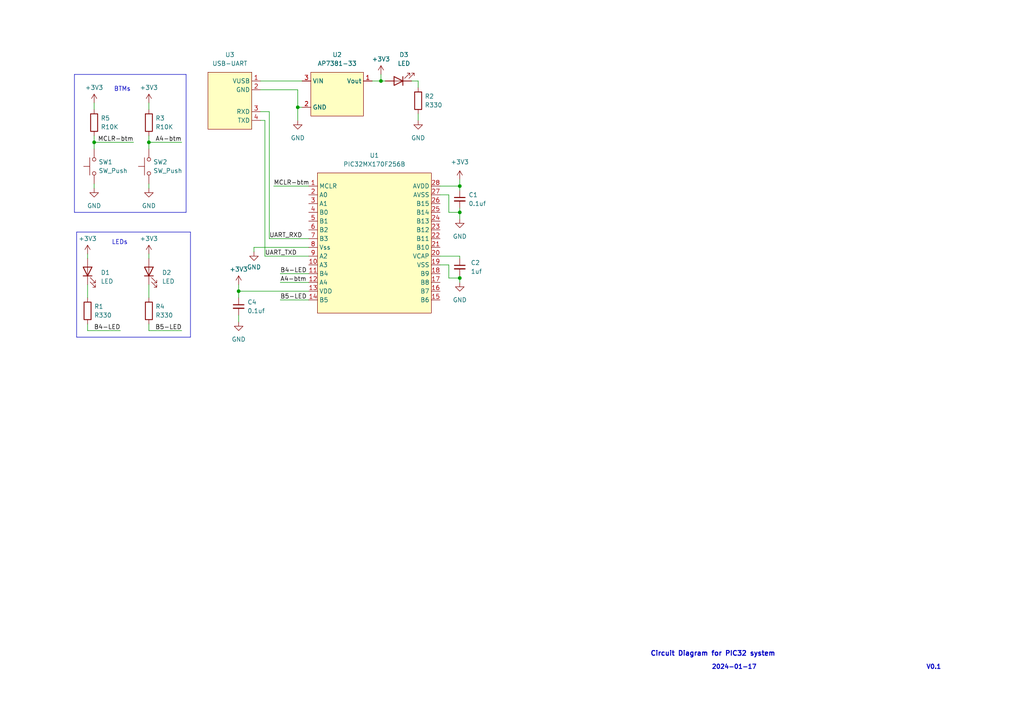
<source format=kicad_sch>
(kicad_sch (version 20230121) (generator eeschema)
  (paper "A4")
  (lib_symbols
    (symbol "Device:C_Small" (pin_numbers hide) (pin_names (offset 0.254) hide)
      (property "Reference" "C" (at 0.254 1.778 0))
      (property "Value" "C_Small" (at 0.254 -2.032 0))
      (symbol "C_Small_0_1"
        (polyline (pts (xy -1.524 -0.508) (xy 1.524 -0.508)) (stroke (width 0.3302)))
        (polyline (pts (xy -1.524 0.508) (xy 1.524 0.508)) (stroke (width 0.3048)))
      )
      (symbol "C_Small_1_1"
        (pin passive line (at 0 2.54 270) (length 2.032) (name "~") (number "1"))
        (pin passive line (at 0 -2.54 90) (length 2.032) (name "~") (number "2"))
      )
    )
    (symbol "Device:LED" (pin_numbers hide) (pin_names (offset 1.016) hide)
      (property "Reference" "D" (at 0 2.54 0))
      (property "Value" "LED" (at 0 -2.54 0))
      (symbol "LED_0_1"
        (polyline (pts (xy -1.27 -1.27) (xy -1.27 1.27)) (stroke (width 0.254)))
        (polyline (pts (xy -1.27 0) (xy 1.27 0)))
        (polyline (pts (xy 1.27 -1.27) (xy 1.27 1.27) (xy -1.27 0) (xy 1.27 -1.27)) (stroke (width 0.254)))
        (polyline (pts (xy -3.048 -0.762) (xy -4.572 -2.286) (xy -3.81 -2.286) (xy -4.572 -2.286) (xy -4.572 -1.524)))
        (polyline (pts (xy -1.778 -0.762) (xy -3.302 -2.286) (xy -2.54 -2.286) (xy -3.302 -2.286) (xy -3.302 -1.524)))
      )
      (symbol "LED_1_1"
        (pin passive line (at -3.81 0 0) (length 2.54) (name "K") (number "1"))
        (pin passive line (at 3.81 0 180) (length 2.54) (name "A") (number "2"))
      )
    )
    (symbol "Device:R" (pin_numbers hide) (pin_names (offset 0))
      (property "Reference" "R" (at 2.032 0 90))
      (property "Value" "R" (at 0 0 90))
      (symbol "R_0_1"
        (rectangle (start -1.016 -2.54) (end 1.016 2.54) (stroke (width 0.254)))
      )
      (symbol "R_1_1"
        (pin passive line (at 0 3.81 270) (length 1.27) (name "~") (number "1"))
        (pin passive line (at 0 -3.81 90) (length 1.27) (name "~") (number "2"))
      )
    )
    (symbol "Switch:SW_Push" (pin_numbers hide) (pin_names (offset 1.016) hide)
      (property "Reference" "SW" (at 1.27 2.54 0))
      (property "Value" "SW_Push" (at 0 -1.524 0))
      (symbol "SW_Push_0_1"
        (circle (center -2.032 0) (radius 0.508))
        (polyline (pts (xy 0 1.27) (xy 0 3.048)))
        (polyline (pts (xy 2.54 1.27) (xy -2.54 1.27)))
        (circle (center 2.032 0) (radius 0.508))
        (pin passive line (at -5.08 0 0) (length 2.54) (name "1") (number "1"))
        (pin passive line (at 5.08 0 180) (length 2.54) (name "2") (number "2"))
      )
    )
    (symbol "class-lib:AP7381-33"
      (property "Reference" "U" (at 0 6.35 0))
      (property "Value" "AP7381-33" (at 1.27 -1.27 0))
      (symbol "AP7381-33_0_0"
        (pin power_out line (at 10.16 2.54 180) (length 2.54) (name "Vout") (number "1"))
        (pin unspecified line (at -10.16 -5.08 0) (length 2.54) (name "GND") (number "2"))
        (pin input line (at -10.16 2.54 0) (length 2.54) (name "VIN") (number "3"))
      )
      (symbol "AP7381-33_1_1"
        (rectangle (start -7.62 5.08) (end 7.62 -7.62) (fill (type background)))
      )
    )
    (symbol "class-lib:PIC32MX170F256B"
      (property "Reference" "U" (at 0 2.54 0))
      (property "Value" "PIC32MX170F256B" (at 0 -3.81 0))
      (symbol "PIC32MX170F256B_0_0"
        (pin bidirectional line (at -19.05 17.78 0) (length 2.54) (name "MCLR") (number "1"))
        (pin bidirectional line (at -19.05 -5.08 0) (length 2.54) (name "A3") (number "10"))
        (pin bidirectional line (at -19.05 -7.62 0) (length 2.54) (name "B4") (number "11"))
        (pin bidirectional line (at -19.05 -10.16 0) (length 2.54) (name "A4") (number "12"))
        (pin power_in line (at -19.05 -12.7 0) (length 2.54) (name "VDD") (number "13"))
        (pin bidirectional line (at -19.05 -15.24 0) (length 2.54) (name "B5") (number "14"))
        (pin bidirectional line (at 19.05 -15.24 180) (length 2.54) (name "B6") (number "15"))
        (pin bidirectional line (at 19.05 -12.7 180) (length 2.54) (name "B7") (number "16"))
        (pin bidirectional line (at 19.05 -10.16 180) (length 2.54) (name "B8") (number "17"))
        (pin bidirectional line (at 19.05 -7.62 180) (length 2.54) (name "B9") (number "18"))
        (pin bidirectional line (at 19.05 -5.08 180) (length 2.54) (name "VSS") (number "19"))
        (pin bidirectional line (at -19.05 15.24 0) (length 2.54) (name "A0") (number "2"))
        (pin bidirectional line (at 19.05 -2.54 180) (length 2.54) (name "VCAP") (number "20"))
        (pin bidirectional line (at 19.05 0 180) (length 2.54) (name "B10") (number "21"))
        (pin bidirectional line (at 19.05 2.54 180) (length 2.54) (name "B11") (number "22"))
        (pin bidirectional line (at 19.05 5.08 180) (length 2.54) (name "B12") (number "23"))
        (pin bidirectional line (at 19.05 7.62 180) (length 2.54) (name "B13") (number "24"))
        (pin bidirectional line (at 19.05 10.16 180) (length 2.54) (name "B14") (number "25"))
        (pin bidirectional line (at 19.05 12.7 180) (length 2.54) (name "B15") (number "26"))
        (pin bidirectional line (at 19.05 15.24 180) (length 2.54) (name "AVSS") (number "27"))
        (pin power_in line (at 19.05 17.78 180) (length 2.54) (name "AVDD") (number "28"))
        (pin bidirectional line (at -19.05 12.7 0) (length 2.54) (name "A1") (number "3"))
        (pin bidirectional line (at -19.05 10.16 0) (length 2.54) (name "B0") (number "4"))
        (pin bidirectional line (at -19.05 7.62 0) (length 2.54) (name "B1") (number "5"))
        (pin bidirectional line (at -19.05 5.08 0) (length 2.54) (name "B2") (number "6"))
        (pin bidirectional line (at -19.05 2.54 0) (length 2.54) (name "B3") (number "7"))
        (pin bidirectional line (at -19.05 0 0) (length 2.54) (name "Vss") (number "8"))
        (pin bidirectional line (at -19.05 -2.54 0) (length 2.54) (name "A2") (number "9"))
      )
      (symbol "PIC32MX170F256B_1_1"
        (rectangle (start -16.51 21.59) (end 16.51 -19.05) (fill (type background)))
      )
    )
    (symbol "class-lib:USB-UART"
      (property "Reference" "U" (at 0 3.81 0))
      (property "Value" "USB-UART" (at 2.54 -5.08 0))
      (symbol "USB-UART_0_0"
        (pin power_out line (at -6.35 0 0) (length 2.54) (name "VUSB") (number "1"))
        (pin bidirectional line (at -6.35 -2.54 0) (length 2.54) (name "GND") (number "2"))
        (pin input line (at -6.35 -8.89 0) (length 2.54) (name "RXD") (number "3"))
        (pin output line (at -6.35 -11.43 0) (length 2.54) (name "TXD") (number "4"))
      )
      (symbol "USB-UART_1_1"
        (rectangle (start -3.81 2.54) (end 8.89 -13.97) (fill (type background)))
      )
    )
    (symbol "power:+3V3" (power) (pin_names (offset 0))
      (property "Value" "+3V3" (at 0 3.556 0))
      (symbol "+3V3_0_1"
        (polyline (pts (xy -0.762 1.27) (xy 0 2.54)))
        (polyline (pts (xy 0 0) (xy 0 2.54)))
        (polyline (pts (xy 0 2.54) (xy 0.762 1.27)))
      )
      (symbol "+3V3_1_1"
        (pin power_in line (at 0 0 90) (length 0) hide (name "+3V3") (number "1"))
      )
    )
    (symbol "power:GND" (power) (pin_names (offset 0))
      (property "Value" "GND" (at 0 -3.81 0))
      (symbol "GND_0_1"
        (polyline (pts (xy 0 0) (xy 0 -1.27) (xy 1.27 -1.27) (xy 0 -2.54) (xy -1.27 -1.27) (xy 0 -1.27)))
      )
      (symbol "GND_1_1"
        (pin power_in line (at 0 0 270) (length 0) hide (name "GND") (number "1"))
      )
    )
  )
  (junction (at 133.35 61.595))
  (junction (at 27.305 41.275))
  (junction (at 133.35 53.975))
  (junction (at 133.35 80.645))
  (junction (at 86.36 31.115))
  (junction (at 110.49 23.495))
  (junction (at 69.215 84.455))
  (junction (at 43.18 41.275))
  (wire (pts (xy 79.375 53.975) (xy 89.535 53.975)))
  (polyline (pts (xy 22.225 67.31) (xy 22.225 97.79)))
  (wire (pts (xy 81.28 86.995) (xy 89.535 86.995)))
  (wire (pts (xy 43.18 93.98) (xy 43.18 95.885)))
  (wire (pts (xy 27.305 29.845) (xy 27.305 31.75)))
  (wire (pts (xy 25.4 95.885) (xy 34.925 95.885)))
  (wire (pts (xy 78.105 32.385) (xy 78.105 69.215)))
  (wire (pts (xy 86.36 31.115) (xy 87.63 31.115)))
  (wire (pts (xy 133.35 53.975) (xy 133.35 55.245)))
  (wire (pts (xy 130.175 61.595) (xy 133.35 61.595)))
  (wire (pts (xy 43.18 82.55) (xy 43.18 86.36)))
  (wire (pts (xy 69.215 82.55) (xy 69.215 84.455)))
  (wire (pts (xy 25.4 73.66) (xy 25.4 74.93)))
  (wire (pts (xy 69.215 91.44) (xy 69.215 93.345)))
  (wire (pts (xy 110.49 23.495) (xy 111.76 23.495)))
  (wire (pts (xy 119.38 23.495) (xy 121.285 23.495)))
  (wire (pts (xy 81.28 81.915) (xy 89.535 81.915)))
  (wire (pts (xy 78.105 69.215) (xy 89.535 69.215)))
  (wire (pts (xy 27.305 53.34) (xy 27.305 54.61)))
  (wire (pts (xy 27.305 39.37) (xy 27.305 41.275)))
  (wire (pts (xy 43.18 73.66) (xy 43.18 74.93)))
  (wire (pts (xy 133.35 80.645) (xy 133.35 81.915)))
  (wire (pts (xy 43.18 41.275) (xy 43.18 43.18)))
  (wire (pts (xy 81.28 79.375) (xy 89.535 79.375)))
  (wire (pts (xy 76.835 34.925) (xy 75.565 34.925)))
  (wire (pts (xy 121.285 33.02) (xy 121.285 34.925)))
  (wire (pts (xy 133.35 61.595) (xy 133.35 60.325)))
  (wire (pts (xy 43.18 95.885) (xy 52.705 95.885)))
  (polyline (pts (xy 21.59 21.59) (xy 21.59 61.595)))
  (wire (pts (xy 133.35 61.595) (xy 133.35 63.5)))
  (wire (pts (xy 86.36 26.035) (xy 86.36 31.115)))
  (wire (pts (xy 27.305 41.275) (xy 38.735 41.275)))
  (wire (pts (xy 43.18 53.34) (xy 43.18 54.61)))
  (wire (pts (xy 78.105 32.385) (xy 75.565 32.385)))
  (wire (pts (xy 130.175 80.645) (xy 133.35 80.645)))
  (wire (pts (xy 127.635 76.835) (xy 130.175 76.835)))
  (wire (pts (xy 110.49 21.59) (xy 110.49 23.495)))
  (wire (pts (xy 127.635 74.295) (xy 133.35 74.295)))
  (wire (pts (xy 69.215 84.455) (xy 89.535 84.455)))
  (wire (pts (xy 25.4 82.55) (xy 25.4 86.36)))
  (polyline (pts (xy 21.59 21.59) (xy 53.975 21.59)))
  (wire (pts (xy 75.565 23.495) (xy 87.63 23.495)))
  (polyline (pts (xy 22.225 97.79) (xy 55.245 97.79)))
  (wire (pts (xy 43.18 39.37) (xy 43.18 41.275)))
  (wire (pts (xy 43.18 29.845) (xy 43.18 31.75)))
  (wire (pts (xy 107.95 23.495) (xy 110.49 23.495)))
  (wire (pts (xy 130.175 56.515) (xy 130.175 61.595)))
  (wire (pts (xy 130.175 76.835) (xy 130.175 80.645)))
  (polyline (pts (xy 55.245 97.79) (xy 55.245 67.31)))
  (polyline (pts (xy 21.59 61.595) (xy 53.975 61.595)))
  (polyline (pts (xy 53.975 61.595) (xy 53.975 21.59)))
  (wire (pts (xy 133.35 80.645) (xy 133.35 80.01)))
  (wire (pts (xy 127.635 56.515) (xy 130.175 56.515)))
  (wire (pts (xy 75.565 26.035) (xy 86.36 26.035)))
  (wire (pts (xy 43.18 41.275) (xy 52.705 41.275)))
  (wire (pts (xy 76.835 74.295) (xy 89.535 74.295)))
  (wire (pts (xy 25.4 93.98) (xy 25.4 95.885)))
  (wire (pts (xy 121.285 23.495) (xy 121.285 25.4)))
  (wire (pts (xy 73.66 71.755) (xy 73.66 73.025)))
  (polyline (pts (xy 22.225 67.31) (xy 55.245 67.31)))
  (wire (pts (xy 69.215 84.455) (xy 69.215 86.36)))
  (wire (pts (xy 127.635 53.975) (xy 133.35 53.975)))
  (wire (pts (xy 76.835 74.295) (xy 76.835 34.925)))
  (wire (pts (xy 86.36 31.115) (xy 86.36 34.925)))
  (wire (pts (xy 133.35 52.07) (xy 133.35 53.975)))
  (wire (pts (xy 27.305 41.275) (xy 27.305 43.18)))
  (wire (pts (xy 89.535 71.755) (xy 73.66 71.755)))
  (wire (pts (xy 133.35 74.295) (xy 133.35 74.93)))
  (text "BTMs" (at 33.02 26.67 0) (effects (font (size 1.27 1.27)) (justify left bottom)))
  (text "LEDs" (at 32.385 71.12 0) (effects (font (size 1.27 1.27)) (justify left bottom)))
  (text "2024-01-17" (at 206.375 194.31 0) (effects (font (size 1.27 1.27) bold) (justify left bottom)))
  (text "Circuit Diagram for PIC32 system" (at 188.595 190.5 0) (effects (font (size 1.4 1.4) (thickness 0.28) bold) (justify left bottom)))
  (text "V0.1" (at 268.605 194.31 0) (effects (font (size 1.27 1.27) bold) (justify left bottom)))
  (label "B5-LED" (at 52.705 95.885 180))
  (label "UART_TXD" (at 76.835 74.295 0))
  (label "B4-LED" (at 81.28 79.375 0))
  (label "MCLR-btm" (at 38.735 41.275 180))
  (label "A4-btm" (at 52.705 41.275 180))
  (label "B4-LED" (at 34.925 95.885 180))
  (label "A4-btm" (at 81.28 81.915 0))
  (label "MCLR-btm" (at 79.375 53.975 0))
  (label "B5-LED" (at 81.28 86.995 0))
  (label "UART_RXD" (at 78.105 69.215 0))
  (symbol (lib_id "power:GND") (at 133.35 81.915 0) (unit 1)
    (property "Reference" "#PWR013" (effects hide))
    (property "Value" "GND" (at 133.35 86.995 0))
  )
  (symbol (lib_id "Device:R") (at 121.285 29.21 0) (unit 1)
    (property "Reference" "R2" (at 123.19 27.94 0) (effects (justify left)))
    (property "Value" "R330" (at 123.19 30.48 0) (effects (justify left)))
  )
  (symbol (lib_id "power:GND") (at 43.18 54.61 0) (unit 1)
    (property "Reference" "#PWR010" (effects hide))
    (property "Value" "GND" (at 43.18 59.69 0))
  )
  (symbol (lib_id "Switch:SW_Push") (at 43.18 48.26 90) (unit 1)
    (property "Reference" "SW2" (at 44.45 46.99 90) (effects (justify right)))
    (property "Value" "SW_Push" (at 44.45 49.53 90) (effects (justify right)))
  )
  (symbol (lib_id "power:+3V3") (at 27.305 29.845 0) (unit 1)
    (property "Reference" "#PWR07" (effects hide))
    (property "Value" "+3V3" (at 27.305 25.4 0))
  )
  (symbol (lib_id "class-lib:USB-UART") (at 69.215 23.495 0) (mirror y) (unit 1)
    (property "Reference" "U3" (at 66.675 15.875 0))
    (property "Value" "USB-UART" (at 66.675 18.415 0))
  )
  (symbol (lib_id "Device:LED") (at 25.4 78.74 90) (unit 1)
    (property "Reference" "D1" (at 29.21 79.0575 90) (effects (justify right)))
    (property "Value" "LED" (at 29.21 81.5975 90) (effects (justify right)))
  )
  (symbol (lib_id "Device:C_Small") (at 69.215 88.9 0) (unit 1)
    (property "Reference" "C4" (at 71.755 87.6363 0) (effects (justify left)))
    (property "Value" "0.1uf" (at 71.755 90.1763 0) (effects (justify left)))
  )
  (symbol (lib_id "Device:R") (at 43.18 35.56 0) (unit 1)
    (property "Reference" "R3" (at 45.085 34.29 0) (effects (justify left)))
    (property "Value" "R10K" (at 45.085 36.83 0) (effects (justify left)))
  )
  (symbol (lib_id "class-lib:PIC32MX170F256B") (at 108.585 71.755 0) (unit 1)
    (property "Reference" "U1" (at 108.585 45.085 0))
    (property "Value" "PIC32MX170F256B" (at 108.585 47.625 0))
  )
  (symbol (lib_id "power:+3V3") (at 43.18 29.845 0) (unit 1)
    (property "Reference" "#PWR08" (effects hide))
    (property "Value" "+3V3" (at 43.18 25.4 0))
  )
  (symbol (lib_id "Switch:SW_Push") (at 27.305 48.26 90) (unit 1)
    (property "Reference" "SW1" (at 28.575 46.99 90) (effects (justify right)))
    (property "Value" "SW_Push" (at 28.575 49.53 90) (effects (justify right)))
  )
  (symbol (lib_id "Device:LED") (at 115.57 23.495 180) (unit 1)
    (property "Reference" "D3" (at 117.1575 15.875 0))
    (property "Value" "LED" (at 117.1575 18.415 0))
  )
  (symbol (lib_id "Device:R") (at 27.305 35.56 0) (unit 1)
    (property "Reference" "R5" (at 29.21 34.29 0) (effects (justify left)))
    (property "Value" "R10K" (at 29.21 36.83 0) (effects (justify left)))
  )
  (symbol (lib_id "Device:R") (at 25.4 90.17 0) (unit 1)
    (property "Reference" "R1" (at 27.305 88.9 0) (effects (justify left)))
    (property "Value" "R330" (at 27.305 91.44 0) (effects (justify left)))
  )
  (symbol (lib_id "Device:C_Small") (at 133.35 77.47 0) (unit 1)
    (property "Reference" "C2" (at 136.525 76.2063 0) (effects (justify left)))
    (property "Value" "1uf" (at 136.525 78.7463 0) (effects (justify left)))
  )
  (symbol (lib_id "power:GND") (at 86.36 34.925 0) (unit 1)
    (property "Reference" "#PWR01" (effects hide))
    (property "Value" "GND" (at 86.36 40.005 0))
  )
  (symbol (lib_id "power:GND") (at 27.305 54.61 0) (unit 1)
    (property "Reference" "#PWR09" (effects hide))
    (property "Value" "GND" (at 27.305 59.69 0))
  )
  (symbol (lib_id "power:GND") (at 121.285 34.925 0) (unit 1)
    (property "Reference" "#PWR015" (effects hide))
    (property "Value" "GND" (at 121.285 40.005 0))
  )
  (symbol (lib_id "power:GND") (at 73.66 73.025 0) (unit 1)
    (property "Reference" "#PWR014" (effects hide))
    (property "Value" "GND" (at 73.66 77.47 0))
  )
  (symbol (lib_id "power:+3V3") (at 110.49 21.59 0) (unit 1)
    (property "Reference" "#PWR03" (effects hide))
    (property "Value" "+3V3" (at 110.49 17.145 0))
  )
  (symbol (lib_id "power:GND") (at 133.35 63.5 0) (unit 1)
    (property "Reference" "#PWR06" (effects hide))
    (property "Value" "GND" (at 133.35 68.58 0))
  )
  (symbol (lib_id "power:+3V3") (at 133.35 52.07 0) (unit 1)
    (property "Reference" "#PWR05" (effects hide))
    (property "Value" "+3V3" (at 133.35 46.99 0))
  )
  (symbol (lib_id "Device:C_Small") (at 133.35 57.785 0) (unit 1)
    (property "Reference" "C1" (at 135.89 56.5213 0) (effects (justify left)))
    (property "Value" "0.1uf" (at 135.89 59.0613 0) (effects (justify left)))
  )
  (symbol (lib_id "Device:R") (at 43.18 90.17 0) (unit 1)
    (property "Reference" "R4" (at 45.085 88.9 0) (effects (justify left)))
    (property "Value" "R330" (at 45.085 91.44 0) (effects (justify left)))
  )
  (symbol (lib_id "class-lib:AP7381-33") (at 97.79 26.035 0) (unit 1)
    (property "Reference" "U2" (at 97.79 15.875 0))
    (property "Value" "AP7381-33" (at 97.79 18.415 0))
    (property "Datasheet" "https://www.diodes.com/assets/Datasheets/products_inactive_data/AP7381.pdf" (effects hide))
  )
  (symbol (lib_id "power:+3V3") (at 43.18 73.66 0) (unit 1)
    (property "Reference" "#PWR012" (effects hide))
    (property "Value" "+3V3" (at 43.18 69.215 0))
  )
  (symbol (lib_id "power:+3V3") (at 69.215 82.55 0) (unit 1)
    (property "Reference" "#PWR02" (effects hide))
    (property "Value" "+3V3" (at 69.215 78.105 0))
  )
  (symbol (lib_id "power:+3V3") (at 25.4 73.66 0) (unit 1)
    (property "Reference" "#PWR011" (effects hide))
    (property "Value" "+3V3" (at 25.4 69.215 0))
  )
  (symbol (lib_id "Device:LED") (at 43.18 78.74 90) (unit 1)
    (property "Reference" "D2" (at 46.99 79.0575 90) (effects (justify right)))
    (property "Value" "LED" (at 46.99 81.5975 90) (effects (justify right)))
  )
  (symbol (lib_id "power:GND") (at 69.215 93.345 0) (unit 1)
    (property "Reference" "#PWR04" (effects hide))
    (property "Value" "GND" (at 69.215 98.425 0))
  )
)
</source>
